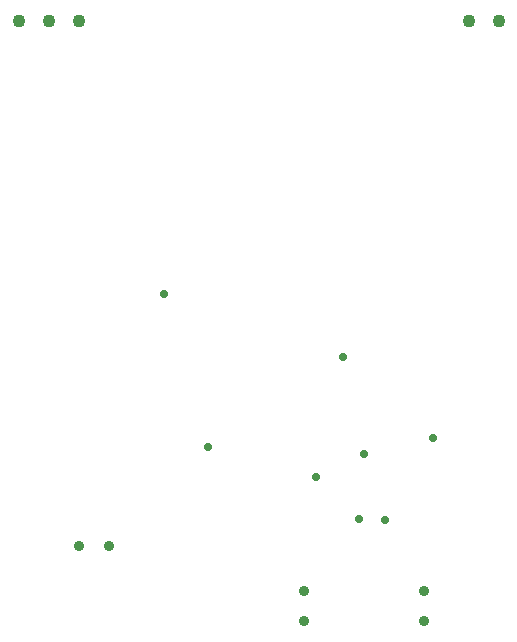
<source format=gbr>
%TF.GenerationSoftware,Altium Limited,Altium Designer,20.0.13 (296)*%
G04 Layer_Color=0*
%FSLAX26Y26*%
%MOIN*%
%TF.FileFunction,Plated,1,2,PTH,Drill*%
%TF.Part,Single*%
G01*
G75*
%TA.AperFunction,ComponentDrill*%
%ADD46C,0.035433*%
%ADD47C,0.043307*%
%ADD48C,0.035433*%
%TA.AperFunction,ViaDrill,NotFilled*%
%ADD49C,0.028000*%
D46*
X1450000Y1300000D02*
D03*
Y1200000D02*
D03*
X1050000D02*
D03*
Y1300000D02*
D03*
D47*
X100000Y3200000D02*
D03*
X200000D02*
D03*
X300000D02*
D03*
X1600000D02*
D03*
X1700000D02*
D03*
D48*
X400000Y1450000D02*
D03*
X300000D02*
D03*
D49*
X730000Y1780000D02*
D03*
X1250000Y1758902D02*
D03*
X1090000Y1680000D02*
D03*
X1180000Y2080000D02*
D03*
X1480000Y1810000D02*
D03*
X1234000Y1540000D02*
D03*
X1319000Y1538000D02*
D03*
X583000Y2292000D02*
D03*
%TF.MD5,419b2471642beb1a20d9585b2a09523d*%
M02*

</source>
